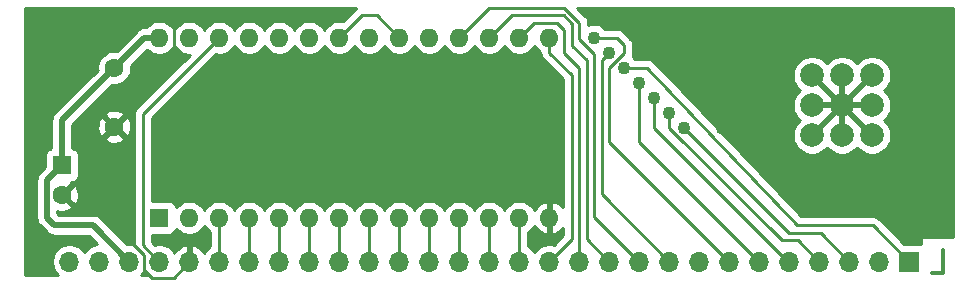
<source format=gbr>
%TF.GenerationSoftware,KiCad,Pcbnew,5.1.10*%
%TF.CreationDate,2021-12-04T10:07:26+01:00*%
%TF.ProjectId,Speichermodul_VRAM,53706569-6368-4657-926d-6f64756c5f56,1*%
%TF.SameCoordinates,Original*%
%TF.FileFunction,Copper,L2,Bot*%
%TF.FilePolarity,Positive*%
%FSLAX46Y46*%
G04 Gerber Fmt 4.6, Leading zero omitted, Abs format (unit mm)*
G04 Created by KiCad (PCBNEW 5.1.10) date 2021-12-04 10:07:26*
%MOMM*%
%LPD*%
G01*
G04 APERTURE LIST*
%TA.AperFunction,NonConductor*%
%ADD10C,0.300000*%
%TD*%
%TA.AperFunction,ComponentPad*%
%ADD11O,1.600000X1.600000*%
%TD*%
%TA.AperFunction,ComponentPad*%
%ADD12R,1.600000X1.600000*%
%TD*%
%TA.AperFunction,ComponentPad*%
%ADD13C,1.600000*%
%TD*%
%TA.AperFunction,SMDPad,CuDef*%
%ADD14C,0.100000*%
%TD*%
%TA.AperFunction,SMDPad,CuDef*%
%ADD15R,5.080000X0.500000*%
%TD*%
%TA.AperFunction,SMDPad,CuDef*%
%ADD16R,0.500000X5.080000*%
%TD*%
%TA.AperFunction,SMDPad,CuDef*%
%ADD17C,2.000000*%
%TD*%
%TA.AperFunction,ComponentPad*%
%ADD18O,1.700000X1.700000*%
%TD*%
%TA.AperFunction,ComponentPad*%
%ADD19R,1.700000X1.700000*%
%TD*%
%TA.AperFunction,ViaPad*%
%ADD20C,1.100000*%
%TD*%
%TA.AperFunction,Conductor*%
%ADD21C,0.250000*%
%TD*%
%TA.AperFunction,Conductor*%
%ADD22C,0.500000*%
%TD*%
%TA.AperFunction,Conductor*%
%ADD23C,0.254000*%
%TD*%
%TA.AperFunction,Conductor*%
%ADD24C,0.100000*%
%TD*%
G04 APERTURE END LIST*
D10*
X190515952Y-136159761D02*
X191468333Y-136159761D01*
X191468333Y-134159761D01*
D11*
%TO.P,U3,28*%
%TO.N,U2*%
X125095000Y-116205000D03*
%TO.P,U3,14*%
%TO.N,GND*%
X158115000Y-131445000D03*
%TO.P,U3,27*%
%TO.N,R~W*%
X127635000Y-116205000D03*
%TO.P,U3,13*%
%TO.N,/D2*%
X155575000Y-131445000D03*
%TO.P,U3,26*%
%TO.N,U1*%
X130175000Y-116205000D03*
%TO.P,U3,12*%
%TO.N,/D1*%
X153035000Y-131445000D03*
%TO.P,U3,25*%
%TO.N,/A8*%
X132715000Y-116205000D03*
%TO.P,U3,11*%
%TO.N,/D0*%
X150495000Y-131445000D03*
%TO.P,U3,24*%
%TO.N,/A9*%
X135255000Y-116205000D03*
%TO.P,U3,10*%
%TO.N,/A0*%
X147955000Y-131445000D03*
%TO.P,U3,23*%
%TO.N,/A11*%
X137795000Y-116205000D03*
%TO.P,U3,9*%
%TO.N,/A1*%
X145415000Y-131445000D03*
%TO.P,U3,22*%
%TO.N,/~CSA*%
X140335000Y-116205000D03*
%TO.P,U3,8*%
%TO.N,/A2*%
X142875000Y-131445000D03*
%TO.P,U3,21*%
%TO.N,/A10*%
X142875000Y-116205000D03*
%TO.P,U3,7*%
%TO.N,/A3*%
X140335000Y-131445000D03*
%TO.P,U3,20*%
%TO.N,/~CSA*%
X145415000Y-116205000D03*
%TO.P,U3,6*%
%TO.N,/A4*%
X137795000Y-131445000D03*
%TO.P,U3,19*%
%TO.N,/D7*%
X147955000Y-116205000D03*
%TO.P,U3,5*%
%TO.N,/A5*%
X135255000Y-131445000D03*
%TO.P,U3,18*%
%TO.N,/D6*%
X150495000Y-116205000D03*
%TO.P,U3,4*%
%TO.N,/A6*%
X132715000Y-131445000D03*
%TO.P,U3,17*%
%TO.N,/D5*%
X153035000Y-116205000D03*
%TO.P,U3,3*%
%TO.N,/A7*%
X130175000Y-131445000D03*
%TO.P,U3,16*%
%TO.N,/D4*%
X155575000Y-116205000D03*
%TO.P,U3,2*%
%TO.N,/A12*%
X127635000Y-131445000D03*
%TO.P,U3,15*%
%TO.N,/D3*%
X158115000Y-116205000D03*
D12*
%TO.P,U3,1*%
%TO.N,Net-(U3-Pad1)*%
X125095000Y-131445000D03*
%TD*%
D13*
%TO.P,C5,2*%
%TO.N,GND*%
X116840000Y-129500000D03*
D12*
%TO.P,C5,1*%
%TO.N,U2*%
X116840000Y-127000000D03*
%TD*%
%TA.AperFunction,SMDPad,CuDef*%
D14*
%TO.P,REF\u002A\u002A,2*%
%TO.N,N/C*%
G36*
X180581903Y-119268350D02*
G01*
X185531650Y-124218097D01*
X185178097Y-124571650D01*
X180228350Y-119621903D01*
X180581903Y-119268350D01*
G37*
%TD.AperFunction*%
%TA.AperFunction,SMDPad,CuDef*%
G36*
X180228350Y-124218097D02*
G01*
X185178097Y-119268350D01*
X185531650Y-119621903D01*
X180581903Y-124571650D01*
X180228350Y-124218097D01*
G37*
%TD.AperFunction*%
D15*
X182880000Y-121920000D03*
D16*
X182880000Y-121920000D03*
D17*
%TO.P,REF\u002A\u002A,1*%
X180340000Y-121920000D03*
X180340000Y-119380000D03*
X182880000Y-119380000D03*
X185420000Y-119380000D03*
X185420000Y-121920000D03*
X185420000Y-124460000D03*
X182880000Y-124460000D03*
X180340000Y-124460000D03*
X182880000Y-121920000D03*
%TD*%
D13*
%TO.P,C3,2*%
%TO.N,GND*%
X121285000Y-123745000D03*
%TO.P,C3,1*%
%TO.N,U2*%
X121285000Y-118745000D03*
%TD*%
D18*
%TO.P,X10,29*%
%TO.N,Net-(X10-Pad29)*%
X117470000Y-135160000D03*
%TO.P,X10,28*%
%TO.N,+5P*%
X120010000Y-135160000D03*
%TO.P,X10,27*%
%TO.N,U2*%
X122550000Y-135160000D03*
%TO.P,X10,26*%
%TO.N,U1*%
X125090000Y-135160000D03*
%TO.P,X10,25*%
%TO.N,GND*%
X127630000Y-135160000D03*
%TO.P,X10,24*%
%TO.N,/A7*%
X130170000Y-135160000D03*
%TO.P,X10,23*%
%TO.N,/A6*%
X132710000Y-135160000D03*
%TO.P,X10,22*%
%TO.N,/A5*%
X135250000Y-135160000D03*
%TO.P,X10,21*%
%TO.N,/A4*%
X137790000Y-135160000D03*
%TO.P,X10,20*%
%TO.N,/A3*%
X140330000Y-135160000D03*
%TO.P,X10,19*%
%TO.N,/A2*%
X142870000Y-135160000D03*
%TO.P,X10,18*%
%TO.N,/A1*%
X145410000Y-135160000D03*
%TO.P,X10,17*%
%TO.N,/A0*%
X147950000Y-135160000D03*
%TO.P,X10,16*%
%TO.N,/D0*%
X150490000Y-135160000D03*
%TO.P,X10,15*%
%TO.N,/D1*%
X153030000Y-135160000D03*
%TO.P,X10,14*%
%TO.N,/D2*%
X155570000Y-135160000D03*
%TO.P,X10,13*%
%TO.N,/D3*%
X158110000Y-135160000D03*
%TO.P,X10,12*%
%TO.N,/D4*%
X160650000Y-135160000D03*
%TO.P,X10,11*%
%TO.N,/D5*%
X163190000Y-135160000D03*
%TO.P,X10,10*%
%TO.N,/D6*%
X165730000Y-135160000D03*
%TO.P,X10,9*%
%TO.N,/D7*%
X168270000Y-135160000D03*
%TO.P,X10,8*%
%TO.N,/A12*%
X170810000Y-135160000D03*
%TO.P,X10,7*%
%TO.N,/A11*%
X173350000Y-135160000D03*
%TO.P,X10,6*%
%TO.N,/A10*%
X175890000Y-135160000D03*
%TO.P,X10,5*%
%TO.N,/A9*%
X178430000Y-135160000D03*
%TO.P,X10,4*%
%TO.N,/A8*%
X180970000Y-135160000D03*
%TO.P,X10,3*%
%TO.N,R~W*%
X183510000Y-135160000D03*
%TO.P,X10,2*%
%TO.N,Net-(X10-Pad2)*%
X186050000Y-135160000D03*
D19*
%TO.P,X10,1*%
%TO.N,/~CSA*%
X188590000Y-135160000D03*
%TD*%
D20*
%TO.N,*%
X182880000Y-121920000D03*
%TO.N,GND*%
X172720000Y-123825000D03*
%TO.N,/A8*%
X168275000Y-122555000D03*
%TO.N,/A9*%
X167005000Y-121285000D03*
%TO.N,/A10*%
X165735000Y-120015000D03*
%TO.N,/D7*%
X163195000Y-117475000D03*
%TO.N,R~W*%
X169545000Y-123825000D03*
%TO.N,/~CSA*%
X164465000Y-118745000D03*
%TO.N,/A11*%
X161925000Y-116205000D03*
%TD*%
D21*
%TO.N,GND*%
X126365000Y-118110000D02*
X126365000Y-114300000D01*
X120015000Y-130810000D02*
X118150000Y-130810000D01*
X123825000Y-134620000D02*
X120015000Y-130810000D01*
X123825000Y-135890000D02*
X123825000Y-134620000D01*
X124460000Y-136525000D02*
X123825000Y-135890000D01*
X118150000Y-130810000D02*
X116840000Y-129500000D01*
X126365000Y-136525000D02*
X124460000Y-136525000D01*
X127630000Y-135160000D02*
X126365000Y-136525000D01*
%TO.N,/A8*%
X179160000Y-133350000D02*
X180970000Y-135160000D01*
X177800000Y-133350000D02*
X179160000Y-133350000D01*
X168275000Y-123825000D02*
X177800000Y-133350000D01*
X168275000Y-122555000D02*
X168275000Y-123825000D01*
%TO.N,/D2*%
X155570000Y-131450000D02*
X155575000Y-131445000D01*
X155570000Y-135160000D02*
X155570000Y-131450000D01*
%TO.N,/A9*%
X178314998Y-135160000D02*
X178430000Y-135160000D01*
X167005000Y-123825000D02*
X178314998Y-135160000D01*
X167005000Y-121285000D02*
X167005000Y-123825000D01*
%TO.N,/D1*%
X153030000Y-131450000D02*
X153035000Y-131445000D01*
X153030000Y-135160000D02*
X153030000Y-131450000D01*
%TO.N,/D0*%
X150490000Y-131450000D02*
X150495000Y-131445000D01*
X150490000Y-135160000D02*
X150490000Y-131450000D01*
%TO.N,/A0*%
X147950000Y-131450000D02*
X147955000Y-131445000D01*
X147950000Y-135160000D02*
X147950000Y-131450000D01*
%TO.N,/A10*%
X165735000Y-120015000D02*
X165735000Y-125005000D01*
X165735000Y-125005000D02*
X166415000Y-125685000D01*
X175890000Y-135160000D02*
X166415000Y-125685000D01*
%TO.N,/A1*%
X145410000Y-131450000D02*
X145415000Y-131445000D01*
X145410000Y-135160000D02*
X145410000Y-131450000D01*
%TO.N,/A2*%
X142870000Y-131450000D02*
X142875000Y-131445000D01*
X142870000Y-135160000D02*
X142870000Y-131450000D01*
%TO.N,/D7*%
X162560000Y-129450000D02*
X168270000Y-135160000D01*
X162560000Y-118110000D02*
X162560000Y-129450000D01*
X163195000Y-117475000D02*
X162560000Y-118110000D01*
%TO.N,/A3*%
X140330000Y-131450000D02*
X140335000Y-131445000D01*
X140330000Y-135160000D02*
X140330000Y-131450000D01*
%TO.N,/D6*%
X161925000Y-131355000D02*
X165730000Y-135160000D01*
X161925000Y-117574002D02*
X161925000Y-131355000D01*
X160655000Y-116304002D02*
X161925000Y-117574002D01*
X160655000Y-114935000D02*
X160655000Y-116304002D01*
X153035000Y-113665000D02*
X159385000Y-113665000D01*
X159385000Y-113665000D02*
X160655000Y-114935000D01*
X150495000Y-116205000D02*
X153035000Y-113665000D01*
%TO.N,/A4*%
X137790000Y-131450000D02*
X137795000Y-131445000D01*
X137790000Y-135160000D02*
X137790000Y-131450000D01*
%TO.N,/D5*%
X161290000Y-133260000D02*
X163190000Y-135160000D01*
X160056061Y-115043181D02*
X160056061Y-116876061D01*
X160056061Y-116876061D02*
X161290000Y-118110000D01*
X159312880Y-114300000D02*
X160056061Y-115043181D01*
X161290000Y-118110000D02*
X161290000Y-133260000D01*
X154940000Y-114300000D02*
X159312880Y-114300000D01*
X153035000Y-116205000D02*
X154940000Y-114300000D01*
%TO.N,/A5*%
X135250000Y-131450000D02*
X135255000Y-131445000D01*
X135250000Y-135160000D02*
X135250000Y-131450000D01*
%TO.N,/D4*%
X155575000Y-116205000D02*
X156700001Y-115079999D01*
X159385000Y-117475000D02*
X160650000Y-118740000D01*
X160650000Y-118740000D02*
X160650000Y-135160000D01*
X159385000Y-115570000D02*
X159385000Y-117475000D01*
X158750000Y-114935000D02*
X159385000Y-115570000D01*
X156845000Y-114935000D02*
X158750000Y-114935000D01*
X155575000Y-116205000D02*
X156845000Y-114935000D01*
%TO.N,/A6*%
X132710000Y-131450000D02*
X132715000Y-131445000D01*
X132710000Y-135160000D02*
X132710000Y-131450000D01*
%TO.N,/D3*%
X160020000Y-133250000D02*
X158110000Y-135160000D01*
X160020000Y-119380000D02*
X160020000Y-133250000D01*
X158115000Y-117475000D02*
X160020000Y-119380000D01*
X158115000Y-116205000D02*
X158115000Y-117475000D01*
%TO.N,/A7*%
X130170000Y-131450000D02*
X130175000Y-131445000D01*
X130170000Y-135160000D02*
X130170000Y-131450000D01*
%TO.N,R~W*%
X183510000Y-135160000D02*
X181065000Y-132715000D01*
X181065000Y-132715000D02*
X178435000Y-132715000D01*
X178435000Y-132715000D02*
X169545000Y-123825000D01*
%TO.N,/~CSA*%
X140335000Y-116205000D02*
X142240000Y-114300000D01*
X143510000Y-114300000D02*
X145415000Y-116205000D01*
X142240000Y-114300000D02*
X143510000Y-114300000D01*
X185510000Y-132080000D02*
X188590000Y-135160000D01*
X179070000Y-132080000D02*
X185510000Y-132080000D01*
X166370000Y-118745000D02*
X179070000Y-132080000D01*
X164465000Y-118745000D02*
X166370000Y-118745000D01*
%TO.N,/A11*%
X163195000Y-125005000D02*
X173350000Y-135160000D01*
X163195000Y-118745000D02*
X163195000Y-125005000D01*
X164465000Y-116840000D02*
X164465000Y-117475000D01*
X163830000Y-116205000D02*
X164465000Y-116840000D01*
X161925000Y-116205000D02*
X163830000Y-116205000D01*
X164465000Y-117475000D02*
X163195000Y-118745000D01*
D22*
%TO.N,U2*%
X116840000Y-123190000D02*
X121285000Y-118745000D01*
X116840000Y-127000000D02*
X116840000Y-123190000D01*
X121285000Y-118745000D02*
X123825000Y-116205000D01*
X123825000Y-116205000D02*
X125095000Y-116205000D01*
X115570000Y-128270000D02*
X116840000Y-127000000D01*
X115570000Y-131445000D02*
X115570000Y-128270000D01*
X116205000Y-132080000D02*
X115570000Y-131445000D01*
X119470000Y-132080000D02*
X116205000Y-132080000D01*
X122550000Y-135160000D02*
X119470000Y-132080000D01*
D21*
%TO.N,U1*%
X123725001Y-133795001D02*
X125090000Y-135160000D01*
X123725001Y-122654999D02*
X123725001Y-133795001D01*
X130175000Y-116205000D02*
X123725001Y-122654999D01*
%TD*%
D23*
%TO.N,GND*%
X123936525Y-136106632D02*
X124134893Y-136305000D01*
X123505107Y-136305000D01*
X123703475Y-136106632D01*
X123820000Y-135932240D01*
X123936525Y-136106632D01*
%TA.AperFunction,Conductor*%
D24*
G36*
X123936525Y-136106632D02*
G01*
X124134893Y-136305000D01*
X123505107Y-136305000D01*
X123703475Y-136106632D01*
X123820000Y-135932240D01*
X123936525Y-136106632D01*
G37*
%TD.AperFunction*%
D23*
X141699999Y-113759999D02*
X141676201Y-113788997D01*
X140658886Y-114806312D01*
X140476335Y-114770000D01*
X140193665Y-114770000D01*
X139916426Y-114825147D01*
X139655273Y-114933320D01*
X139420241Y-115090363D01*
X139220363Y-115290241D01*
X139065000Y-115522759D01*
X138909637Y-115290241D01*
X138709759Y-115090363D01*
X138474727Y-114933320D01*
X138213574Y-114825147D01*
X137936335Y-114770000D01*
X137653665Y-114770000D01*
X137376426Y-114825147D01*
X137115273Y-114933320D01*
X136880241Y-115090363D01*
X136680363Y-115290241D01*
X136525000Y-115522759D01*
X136369637Y-115290241D01*
X136169759Y-115090363D01*
X135934727Y-114933320D01*
X135673574Y-114825147D01*
X135396335Y-114770000D01*
X135113665Y-114770000D01*
X134836426Y-114825147D01*
X134575273Y-114933320D01*
X134340241Y-115090363D01*
X134140363Y-115290241D01*
X133985000Y-115522759D01*
X133829637Y-115290241D01*
X133629759Y-115090363D01*
X133394727Y-114933320D01*
X133133574Y-114825147D01*
X132856335Y-114770000D01*
X132573665Y-114770000D01*
X132296426Y-114825147D01*
X132035273Y-114933320D01*
X131800241Y-115090363D01*
X131600363Y-115290241D01*
X131445000Y-115522759D01*
X131289637Y-115290241D01*
X131089759Y-115090363D01*
X130854727Y-114933320D01*
X130593574Y-114825147D01*
X130316335Y-114770000D01*
X130033665Y-114770000D01*
X129756426Y-114825147D01*
X129495273Y-114933320D01*
X129260241Y-115090363D01*
X129060363Y-115290241D01*
X128905000Y-115522759D01*
X128749637Y-115290241D01*
X128549759Y-115090363D01*
X128314727Y-114933320D01*
X128053574Y-114825147D01*
X127776335Y-114770000D01*
X127493665Y-114770000D01*
X127216426Y-114825147D01*
X126955273Y-114933320D01*
X126720241Y-115090363D01*
X126520363Y-115290241D01*
X126365000Y-115522759D01*
X126209637Y-115290241D01*
X126009759Y-115090363D01*
X125774727Y-114933320D01*
X125513574Y-114825147D01*
X125236335Y-114770000D01*
X124953665Y-114770000D01*
X124676426Y-114825147D01*
X124415273Y-114933320D01*
X124180241Y-115090363D01*
X123980363Y-115290241D01*
X123960479Y-115320000D01*
X123868465Y-115320000D01*
X123824999Y-115315719D01*
X123781533Y-115320000D01*
X123781523Y-115320000D01*
X123651510Y-115332805D01*
X123484687Y-115383411D01*
X123330941Y-115465589D01*
X123330939Y-115465590D01*
X123330940Y-115465590D01*
X123229953Y-115548468D01*
X123229951Y-115548470D01*
X123196183Y-115576183D01*
X123168470Y-115609951D01*
X121461439Y-117316983D01*
X121426335Y-117310000D01*
X121143665Y-117310000D01*
X120866426Y-117365147D01*
X120605273Y-117473320D01*
X120370241Y-117630363D01*
X120170363Y-117830241D01*
X120013320Y-118065273D01*
X119905147Y-118326426D01*
X119850000Y-118603665D01*
X119850000Y-118886335D01*
X119856983Y-118921439D01*
X116244951Y-122533470D01*
X116211184Y-122561183D01*
X116183471Y-122594951D01*
X116183468Y-122594954D01*
X116100590Y-122695941D01*
X116018412Y-122849687D01*
X115967805Y-123016510D01*
X115950719Y-123190000D01*
X115955001Y-123233479D01*
X115955000Y-125570299D01*
X115915518Y-125574188D01*
X115795820Y-125610498D01*
X115685506Y-125669463D01*
X115588815Y-125748815D01*
X115509463Y-125845506D01*
X115450498Y-125955820D01*
X115414188Y-126075518D01*
X115401928Y-126200000D01*
X115401928Y-127186494D01*
X114974951Y-127613471D01*
X114941184Y-127641183D01*
X114913471Y-127674951D01*
X114913468Y-127674954D01*
X114830590Y-127775941D01*
X114748412Y-127929687D01*
X114697805Y-128096510D01*
X114680719Y-128270000D01*
X114685001Y-128313479D01*
X114685000Y-131401531D01*
X114680719Y-131445000D01*
X114685000Y-131488469D01*
X114685000Y-131488476D01*
X114697805Y-131618489D01*
X114748411Y-131785312D01*
X114830589Y-131939058D01*
X114941183Y-132073817D01*
X114974956Y-132101534D01*
X115548470Y-132675049D01*
X115576183Y-132708817D01*
X115609951Y-132736530D01*
X115609953Y-132736532D01*
X115710941Y-132819411D01*
X115864686Y-132901589D01*
X115944248Y-132925724D01*
X116031510Y-132952195D01*
X116161523Y-132965000D01*
X116161531Y-132965000D01*
X116205000Y-132969281D01*
X116248469Y-132965000D01*
X119103422Y-132965000D01*
X119821770Y-133683348D01*
X119576842Y-133732068D01*
X119306589Y-133844010D01*
X119063368Y-134006525D01*
X118856525Y-134213368D01*
X118740000Y-134387760D01*
X118623475Y-134213368D01*
X118416632Y-134006525D01*
X118173411Y-133844010D01*
X117903158Y-133732068D01*
X117616260Y-133675000D01*
X117323740Y-133675000D01*
X117036842Y-133732068D01*
X116766589Y-133844010D01*
X116523368Y-134006525D01*
X116316525Y-134213368D01*
X116154010Y-134456589D01*
X116042068Y-134726842D01*
X115985000Y-135013740D01*
X115985000Y-135306260D01*
X116042068Y-135593158D01*
X116154010Y-135863411D01*
X116316525Y-136106632D01*
X116514893Y-136305000D01*
X113695000Y-136305000D01*
X113695000Y-113695000D01*
X141779201Y-113695000D01*
X141699999Y-113759999D01*
%TA.AperFunction,Conductor*%
D24*
G36*
X141699999Y-113759999D02*
G01*
X141676201Y-113788997D01*
X140658886Y-114806312D01*
X140476335Y-114770000D01*
X140193665Y-114770000D01*
X139916426Y-114825147D01*
X139655273Y-114933320D01*
X139420241Y-115090363D01*
X139220363Y-115290241D01*
X139065000Y-115522759D01*
X138909637Y-115290241D01*
X138709759Y-115090363D01*
X138474727Y-114933320D01*
X138213574Y-114825147D01*
X137936335Y-114770000D01*
X137653665Y-114770000D01*
X137376426Y-114825147D01*
X137115273Y-114933320D01*
X136880241Y-115090363D01*
X136680363Y-115290241D01*
X136525000Y-115522759D01*
X136369637Y-115290241D01*
X136169759Y-115090363D01*
X135934727Y-114933320D01*
X135673574Y-114825147D01*
X135396335Y-114770000D01*
X135113665Y-114770000D01*
X134836426Y-114825147D01*
X134575273Y-114933320D01*
X134340241Y-115090363D01*
X134140363Y-115290241D01*
X133985000Y-115522759D01*
X133829637Y-115290241D01*
X133629759Y-115090363D01*
X133394727Y-114933320D01*
X133133574Y-114825147D01*
X132856335Y-114770000D01*
X132573665Y-114770000D01*
X132296426Y-114825147D01*
X132035273Y-114933320D01*
X131800241Y-115090363D01*
X131600363Y-115290241D01*
X131445000Y-115522759D01*
X131289637Y-115290241D01*
X131089759Y-115090363D01*
X130854727Y-114933320D01*
X130593574Y-114825147D01*
X130316335Y-114770000D01*
X130033665Y-114770000D01*
X129756426Y-114825147D01*
X129495273Y-114933320D01*
X129260241Y-115090363D01*
X129060363Y-115290241D01*
X128905000Y-115522759D01*
X128749637Y-115290241D01*
X128549759Y-115090363D01*
X128314727Y-114933320D01*
X128053574Y-114825147D01*
X127776335Y-114770000D01*
X127493665Y-114770000D01*
X127216426Y-114825147D01*
X126955273Y-114933320D01*
X126720241Y-115090363D01*
X126520363Y-115290241D01*
X126365000Y-115522759D01*
X126209637Y-115290241D01*
X126009759Y-115090363D01*
X125774727Y-114933320D01*
X125513574Y-114825147D01*
X125236335Y-114770000D01*
X124953665Y-114770000D01*
X124676426Y-114825147D01*
X124415273Y-114933320D01*
X124180241Y-115090363D01*
X123980363Y-115290241D01*
X123960479Y-115320000D01*
X123868465Y-115320000D01*
X123824999Y-115315719D01*
X123781533Y-115320000D01*
X123781523Y-115320000D01*
X123651510Y-115332805D01*
X123484687Y-115383411D01*
X123330941Y-115465589D01*
X123330939Y-115465590D01*
X123330940Y-115465590D01*
X123229953Y-115548468D01*
X123229951Y-115548470D01*
X123196183Y-115576183D01*
X123168470Y-115609951D01*
X121461439Y-117316983D01*
X121426335Y-117310000D01*
X121143665Y-117310000D01*
X120866426Y-117365147D01*
X120605273Y-117473320D01*
X120370241Y-117630363D01*
X120170363Y-117830241D01*
X120013320Y-118065273D01*
X119905147Y-118326426D01*
X119850000Y-118603665D01*
X119850000Y-118886335D01*
X119856983Y-118921439D01*
X116244951Y-122533470D01*
X116211184Y-122561183D01*
X116183471Y-122594951D01*
X116183468Y-122594954D01*
X116100590Y-122695941D01*
X116018412Y-122849687D01*
X115967805Y-123016510D01*
X115950719Y-123190000D01*
X115955001Y-123233479D01*
X115955000Y-125570299D01*
X115915518Y-125574188D01*
X115795820Y-125610498D01*
X115685506Y-125669463D01*
X115588815Y-125748815D01*
X115509463Y-125845506D01*
X115450498Y-125955820D01*
X115414188Y-126075518D01*
X115401928Y-126200000D01*
X115401928Y-127186494D01*
X114974951Y-127613471D01*
X114941184Y-127641183D01*
X114913471Y-127674951D01*
X114913468Y-127674954D01*
X114830590Y-127775941D01*
X114748412Y-127929687D01*
X114697805Y-128096510D01*
X114680719Y-128270000D01*
X114685001Y-128313479D01*
X114685000Y-131401531D01*
X114680719Y-131445000D01*
X114685000Y-131488469D01*
X114685000Y-131488476D01*
X114697805Y-131618489D01*
X114748411Y-131785312D01*
X114830589Y-131939058D01*
X114941183Y-132073817D01*
X114974956Y-132101534D01*
X115548470Y-132675049D01*
X115576183Y-132708817D01*
X115609951Y-132736530D01*
X115609953Y-132736532D01*
X115710941Y-132819411D01*
X115864686Y-132901589D01*
X115944248Y-132925724D01*
X116031510Y-132952195D01*
X116161523Y-132965000D01*
X116161531Y-132965000D01*
X116205000Y-132969281D01*
X116248469Y-132965000D01*
X119103422Y-132965000D01*
X119821770Y-133683348D01*
X119576842Y-133732068D01*
X119306589Y-133844010D01*
X119063368Y-134006525D01*
X118856525Y-134213368D01*
X118740000Y-134387760D01*
X118623475Y-134213368D01*
X118416632Y-134006525D01*
X118173411Y-133844010D01*
X117903158Y-133732068D01*
X117616260Y-133675000D01*
X117323740Y-133675000D01*
X117036842Y-133732068D01*
X116766589Y-133844010D01*
X116523368Y-134006525D01*
X116316525Y-134213368D01*
X116154010Y-134456589D01*
X116042068Y-134726842D01*
X115985000Y-135013740D01*
X115985000Y-135306260D01*
X116042068Y-135593158D01*
X116154010Y-135863411D01*
X116316525Y-136106632D01*
X116514893Y-136305000D01*
X113695000Y-136305000D01*
X113695000Y-113695000D01*
X141779201Y-113695000D01*
X141699999Y-113759999D01*
G37*
%TD.AperFunction*%
D23*
X129060363Y-132359759D02*
X129260241Y-132559637D01*
X129410001Y-132659703D01*
X129410000Y-133881821D01*
X129223368Y-134006525D01*
X129016525Y-134213368D01*
X128894805Y-134395534D01*
X128825178Y-134278645D01*
X128630269Y-134062412D01*
X128396920Y-133888359D01*
X128134099Y-133763175D01*
X127986890Y-133718524D01*
X127757000Y-133839845D01*
X127757000Y-135033000D01*
X127777000Y-135033000D01*
X127777000Y-135287000D01*
X127757000Y-135287000D01*
X127757000Y-135307000D01*
X127503000Y-135307000D01*
X127503000Y-135287000D01*
X127483000Y-135287000D01*
X127483000Y-135033000D01*
X127503000Y-135033000D01*
X127503000Y-133839845D01*
X127273110Y-133718524D01*
X127125901Y-133763175D01*
X126863080Y-133888359D01*
X126629731Y-134062412D01*
X126434822Y-134278645D01*
X126365195Y-134395534D01*
X126243475Y-134213368D01*
X126036632Y-134006525D01*
X125793411Y-133844010D01*
X125523158Y-133732068D01*
X125236260Y-133675000D01*
X124943740Y-133675000D01*
X124723592Y-133718791D01*
X124485001Y-133480200D01*
X124485001Y-132883072D01*
X125895000Y-132883072D01*
X126019482Y-132870812D01*
X126139180Y-132834502D01*
X126249494Y-132775537D01*
X126346185Y-132696185D01*
X126425537Y-132599494D01*
X126484502Y-132489180D01*
X126520812Y-132369482D01*
X126521643Y-132361039D01*
X126720241Y-132559637D01*
X126955273Y-132716680D01*
X127216426Y-132824853D01*
X127493665Y-132880000D01*
X127776335Y-132880000D01*
X128053574Y-132824853D01*
X128314727Y-132716680D01*
X128549759Y-132559637D01*
X128749637Y-132359759D01*
X128905000Y-132127241D01*
X129060363Y-132359759D01*
%TA.AperFunction,Conductor*%
D24*
G36*
X129060363Y-132359759D02*
G01*
X129260241Y-132559637D01*
X129410001Y-132659703D01*
X129410000Y-133881821D01*
X129223368Y-134006525D01*
X129016525Y-134213368D01*
X128894805Y-134395534D01*
X128825178Y-134278645D01*
X128630269Y-134062412D01*
X128396920Y-133888359D01*
X128134099Y-133763175D01*
X127986890Y-133718524D01*
X127757000Y-133839845D01*
X127757000Y-135033000D01*
X127777000Y-135033000D01*
X127777000Y-135287000D01*
X127757000Y-135287000D01*
X127757000Y-135307000D01*
X127503000Y-135307000D01*
X127503000Y-135287000D01*
X127483000Y-135287000D01*
X127483000Y-135033000D01*
X127503000Y-135033000D01*
X127503000Y-133839845D01*
X127273110Y-133718524D01*
X127125901Y-133763175D01*
X126863080Y-133888359D01*
X126629731Y-134062412D01*
X126434822Y-134278645D01*
X126365195Y-134395534D01*
X126243475Y-134213368D01*
X126036632Y-134006525D01*
X125793411Y-133844010D01*
X125523158Y-133732068D01*
X125236260Y-133675000D01*
X124943740Y-133675000D01*
X124723592Y-133718791D01*
X124485001Y-133480200D01*
X124485001Y-132883072D01*
X125895000Y-132883072D01*
X126019482Y-132870812D01*
X126139180Y-132834502D01*
X126249494Y-132775537D01*
X126346185Y-132696185D01*
X126425537Y-132599494D01*
X126484502Y-132489180D01*
X126520812Y-132369482D01*
X126521643Y-132361039D01*
X126720241Y-132559637D01*
X126955273Y-132716680D01*
X127216426Y-132824853D01*
X127493665Y-132880000D01*
X127776335Y-132880000D01*
X128053574Y-132824853D01*
X128314727Y-132716680D01*
X128549759Y-132559637D01*
X128749637Y-132359759D01*
X128905000Y-132127241D01*
X129060363Y-132359759D01*
G37*
%TD.AperFunction*%
D23*
X157000363Y-117119759D02*
X157200241Y-117319637D01*
X157355001Y-117423044D01*
X157355001Y-117437668D01*
X157351324Y-117475000D01*
X157355001Y-117512333D01*
X157365998Y-117623986D01*
X157370776Y-117639738D01*
X157409454Y-117767246D01*
X157480026Y-117899276D01*
X157543258Y-117976323D01*
X157575000Y-118015001D01*
X157603998Y-118038799D01*
X159260000Y-119694802D01*
X159260001Y-130581726D01*
X159078414Y-130381481D01*
X158852420Y-130213963D01*
X158598087Y-130093754D01*
X158464039Y-130053096D01*
X158242000Y-130175085D01*
X158242000Y-131318000D01*
X158262000Y-131318000D01*
X158262000Y-131572000D01*
X158242000Y-131572000D01*
X158242000Y-132714915D01*
X158464039Y-132836904D01*
X158598087Y-132796246D01*
X158852420Y-132676037D01*
X159078414Y-132508519D01*
X159260001Y-132308274D01*
X159260001Y-132935197D01*
X158476408Y-133718791D01*
X158256260Y-133675000D01*
X157963740Y-133675000D01*
X157676842Y-133732068D01*
X157406589Y-133844010D01*
X157163368Y-134006525D01*
X156956525Y-134213368D01*
X156840000Y-134387760D01*
X156723475Y-134213368D01*
X156516632Y-134006525D01*
X156330000Y-133881822D01*
X156330000Y-132666384D01*
X156489759Y-132559637D01*
X156689637Y-132359759D01*
X156846680Y-132124727D01*
X156851067Y-132114135D01*
X156962615Y-132300131D01*
X157151586Y-132508519D01*
X157377580Y-132676037D01*
X157631913Y-132796246D01*
X157765961Y-132836904D01*
X157988000Y-132714915D01*
X157988000Y-131572000D01*
X157968000Y-131572000D01*
X157968000Y-131318000D01*
X157988000Y-131318000D01*
X157988000Y-130175085D01*
X157765961Y-130053096D01*
X157631913Y-130093754D01*
X157377580Y-130213963D01*
X157151586Y-130381481D01*
X156962615Y-130589869D01*
X156851067Y-130775865D01*
X156846680Y-130765273D01*
X156689637Y-130530241D01*
X156489759Y-130330363D01*
X156254727Y-130173320D01*
X155993574Y-130065147D01*
X155716335Y-130010000D01*
X155433665Y-130010000D01*
X155156426Y-130065147D01*
X154895273Y-130173320D01*
X154660241Y-130330363D01*
X154460363Y-130530241D01*
X154305000Y-130762759D01*
X154149637Y-130530241D01*
X153949759Y-130330363D01*
X153714727Y-130173320D01*
X153453574Y-130065147D01*
X153176335Y-130010000D01*
X152893665Y-130010000D01*
X152616426Y-130065147D01*
X152355273Y-130173320D01*
X152120241Y-130330363D01*
X151920363Y-130530241D01*
X151765000Y-130762759D01*
X151609637Y-130530241D01*
X151409759Y-130330363D01*
X151174727Y-130173320D01*
X150913574Y-130065147D01*
X150636335Y-130010000D01*
X150353665Y-130010000D01*
X150076426Y-130065147D01*
X149815273Y-130173320D01*
X149580241Y-130330363D01*
X149380363Y-130530241D01*
X149225000Y-130762759D01*
X149069637Y-130530241D01*
X148869759Y-130330363D01*
X148634727Y-130173320D01*
X148373574Y-130065147D01*
X148096335Y-130010000D01*
X147813665Y-130010000D01*
X147536426Y-130065147D01*
X147275273Y-130173320D01*
X147040241Y-130330363D01*
X146840363Y-130530241D01*
X146685000Y-130762759D01*
X146529637Y-130530241D01*
X146329759Y-130330363D01*
X146094727Y-130173320D01*
X145833574Y-130065147D01*
X145556335Y-130010000D01*
X145273665Y-130010000D01*
X144996426Y-130065147D01*
X144735273Y-130173320D01*
X144500241Y-130330363D01*
X144300363Y-130530241D01*
X144145000Y-130762759D01*
X143989637Y-130530241D01*
X143789759Y-130330363D01*
X143554727Y-130173320D01*
X143293574Y-130065147D01*
X143016335Y-130010000D01*
X142733665Y-130010000D01*
X142456426Y-130065147D01*
X142195273Y-130173320D01*
X141960241Y-130330363D01*
X141760363Y-130530241D01*
X141605000Y-130762759D01*
X141449637Y-130530241D01*
X141249759Y-130330363D01*
X141014727Y-130173320D01*
X140753574Y-130065147D01*
X140476335Y-130010000D01*
X140193665Y-130010000D01*
X139916426Y-130065147D01*
X139655273Y-130173320D01*
X139420241Y-130330363D01*
X139220363Y-130530241D01*
X139065000Y-130762759D01*
X138909637Y-130530241D01*
X138709759Y-130330363D01*
X138474727Y-130173320D01*
X138213574Y-130065147D01*
X137936335Y-130010000D01*
X137653665Y-130010000D01*
X137376426Y-130065147D01*
X137115273Y-130173320D01*
X136880241Y-130330363D01*
X136680363Y-130530241D01*
X136525000Y-130762759D01*
X136369637Y-130530241D01*
X136169759Y-130330363D01*
X135934727Y-130173320D01*
X135673574Y-130065147D01*
X135396335Y-130010000D01*
X135113665Y-130010000D01*
X134836426Y-130065147D01*
X134575273Y-130173320D01*
X134340241Y-130330363D01*
X134140363Y-130530241D01*
X133985000Y-130762759D01*
X133829637Y-130530241D01*
X133629759Y-130330363D01*
X133394727Y-130173320D01*
X133133574Y-130065147D01*
X132856335Y-130010000D01*
X132573665Y-130010000D01*
X132296426Y-130065147D01*
X132035273Y-130173320D01*
X131800241Y-130330363D01*
X131600363Y-130530241D01*
X131445000Y-130762759D01*
X131289637Y-130530241D01*
X131089759Y-130330363D01*
X130854727Y-130173320D01*
X130593574Y-130065147D01*
X130316335Y-130010000D01*
X130033665Y-130010000D01*
X129756426Y-130065147D01*
X129495273Y-130173320D01*
X129260241Y-130330363D01*
X129060363Y-130530241D01*
X128905000Y-130762759D01*
X128749637Y-130530241D01*
X128549759Y-130330363D01*
X128314727Y-130173320D01*
X128053574Y-130065147D01*
X127776335Y-130010000D01*
X127493665Y-130010000D01*
X127216426Y-130065147D01*
X126955273Y-130173320D01*
X126720241Y-130330363D01*
X126521643Y-130528961D01*
X126520812Y-130520518D01*
X126484502Y-130400820D01*
X126425537Y-130290506D01*
X126346185Y-130193815D01*
X126249494Y-130114463D01*
X126139180Y-130055498D01*
X126019482Y-130019188D01*
X125895000Y-130006928D01*
X124485001Y-130006928D01*
X124485001Y-122969800D01*
X129851114Y-117603688D01*
X130033665Y-117640000D01*
X130316335Y-117640000D01*
X130593574Y-117584853D01*
X130854727Y-117476680D01*
X131089759Y-117319637D01*
X131289637Y-117119759D01*
X131445000Y-116887241D01*
X131600363Y-117119759D01*
X131800241Y-117319637D01*
X132035273Y-117476680D01*
X132296426Y-117584853D01*
X132573665Y-117640000D01*
X132856335Y-117640000D01*
X133133574Y-117584853D01*
X133394727Y-117476680D01*
X133629759Y-117319637D01*
X133829637Y-117119759D01*
X133985000Y-116887241D01*
X134140363Y-117119759D01*
X134340241Y-117319637D01*
X134575273Y-117476680D01*
X134836426Y-117584853D01*
X135113665Y-117640000D01*
X135396335Y-117640000D01*
X135673574Y-117584853D01*
X135934727Y-117476680D01*
X136169759Y-117319637D01*
X136369637Y-117119759D01*
X136525000Y-116887241D01*
X136680363Y-117119759D01*
X136880241Y-117319637D01*
X137115273Y-117476680D01*
X137376426Y-117584853D01*
X137653665Y-117640000D01*
X137936335Y-117640000D01*
X138213574Y-117584853D01*
X138474727Y-117476680D01*
X138709759Y-117319637D01*
X138909637Y-117119759D01*
X139065000Y-116887241D01*
X139220363Y-117119759D01*
X139420241Y-117319637D01*
X139655273Y-117476680D01*
X139916426Y-117584853D01*
X140193665Y-117640000D01*
X140476335Y-117640000D01*
X140753574Y-117584853D01*
X141014727Y-117476680D01*
X141249759Y-117319637D01*
X141449637Y-117119759D01*
X141605000Y-116887241D01*
X141760363Y-117119759D01*
X141960241Y-117319637D01*
X142195273Y-117476680D01*
X142456426Y-117584853D01*
X142733665Y-117640000D01*
X143016335Y-117640000D01*
X143293574Y-117584853D01*
X143554727Y-117476680D01*
X143789759Y-117319637D01*
X143989637Y-117119759D01*
X144145000Y-116887241D01*
X144300363Y-117119759D01*
X144500241Y-117319637D01*
X144735273Y-117476680D01*
X144996426Y-117584853D01*
X145273665Y-117640000D01*
X145556335Y-117640000D01*
X145833574Y-117584853D01*
X146094727Y-117476680D01*
X146329759Y-117319637D01*
X146529637Y-117119759D01*
X146685000Y-116887241D01*
X146840363Y-117119759D01*
X147040241Y-117319637D01*
X147275273Y-117476680D01*
X147536426Y-117584853D01*
X147813665Y-117640000D01*
X148096335Y-117640000D01*
X148373574Y-117584853D01*
X148634727Y-117476680D01*
X148869759Y-117319637D01*
X149069637Y-117119759D01*
X149225000Y-116887241D01*
X149380363Y-117119759D01*
X149580241Y-117319637D01*
X149815273Y-117476680D01*
X150076426Y-117584853D01*
X150353665Y-117640000D01*
X150636335Y-117640000D01*
X150913574Y-117584853D01*
X151174727Y-117476680D01*
X151409759Y-117319637D01*
X151609637Y-117119759D01*
X151765000Y-116887241D01*
X151920363Y-117119759D01*
X152120241Y-117319637D01*
X152355273Y-117476680D01*
X152616426Y-117584853D01*
X152893665Y-117640000D01*
X153176335Y-117640000D01*
X153453574Y-117584853D01*
X153714727Y-117476680D01*
X153949759Y-117319637D01*
X154149637Y-117119759D01*
X154305000Y-116887241D01*
X154460363Y-117119759D01*
X154660241Y-117319637D01*
X154895273Y-117476680D01*
X155156426Y-117584853D01*
X155433665Y-117640000D01*
X155716335Y-117640000D01*
X155993574Y-117584853D01*
X156254727Y-117476680D01*
X156489759Y-117319637D01*
X156689637Y-117119759D01*
X156845000Y-116887241D01*
X157000363Y-117119759D01*
%TA.AperFunction,Conductor*%
D24*
G36*
X157000363Y-117119759D02*
G01*
X157200241Y-117319637D01*
X157355001Y-117423044D01*
X157355001Y-117437668D01*
X157351324Y-117475000D01*
X157355001Y-117512333D01*
X157365998Y-117623986D01*
X157370776Y-117639738D01*
X157409454Y-117767246D01*
X157480026Y-117899276D01*
X157543258Y-117976323D01*
X157575000Y-118015001D01*
X157603998Y-118038799D01*
X159260000Y-119694802D01*
X159260001Y-130581726D01*
X159078414Y-130381481D01*
X158852420Y-130213963D01*
X158598087Y-130093754D01*
X158464039Y-130053096D01*
X158242000Y-130175085D01*
X158242000Y-131318000D01*
X158262000Y-131318000D01*
X158262000Y-131572000D01*
X158242000Y-131572000D01*
X158242000Y-132714915D01*
X158464039Y-132836904D01*
X158598087Y-132796246D01*
X158852420Y-132676037D01*
X159078414Y-132508519D01*
X159260001Y-132308274D01*
X159260001Y-132935197D01*
X158476408Y-133718791D01*
X158256260Y-133675000D01*
X157963740Y-133675000D01*
X157676842Y-133732068D01*
X157406589Y-133844010D01*
X157163368Y-134006525D01*
X156956525Y-134213368D01*
X156840000Y-134387760D01*
X156723475Y-134213368D01*
X156516632Y-134006525D01*
X156330000Y-133881822D01*
X156330000Y-132666384D01*
X156489759Y-132559637D01*
X156689637Y-132359759D01*
X156846680Y-132124727D01*
X156851067Y-132114135D01*
X156962615Y-132300131D01*
X157151586Y-132508519D01*
X157377580Y-132676037D01*
X157631913Y-132796246D01*
X157765961Y-132836904D01*
X157988000Y-132714915D01*
X157988000Y-131572000D01*
X157968000Y-131572000D01*
X157968000Y-131318000D01*
X157988000Y-131318000D01*
X157988000Y-130175085D01*
X157765961Y-130053096D01*
X157631913Y-130093754D01*
X157377580Y-130213963D01*
X157151586Y-130381481D01*
X156962615Y-130589869D01*
X156851067Y-130775865D01*
X156846680Y-130765273D01*
X156689637Y-130530241D01*
X156489759Y-130330363D01*
X156254727Y-130173320D01*
X155993574Y-130065147D01*
X155716335Y-130010000D01*
X155433665Y-130010000D01*
X155156426Y-130065147D01*
X154895273Y-130173320D01*
X154660241Y-130330363D01*
X154460363Y-130530241D01*
X154305000Y-130762759D01*
X154149637Y-130530241D01*
X153949759Y-130330363D01*
X153714727Y-130173320D01*
X153453574Y-130065147D01*
X153176335Y-130010000D01*
X152893665Y-130010000D01*
X152616426Y-130065147D01*
X152355273Y-130173320D01*
X152120241Y-130330363D01*
X151920363Y-130530241D01*
X151765000Y-130762759D01*
X151609637Y-130530241D01*
X151409759Y-130330363D01*
X151174727Y-130173320D01*
X150913574Y-130065147D01*
X150636335Y-130010000D01*
X150353665Y-130010000D01*
X150076426Y-130065147D01*
X149815273Y-130173320D01*
X149580241Y-130330363D01*
X149380363Y-130530241D01*
X149225000Y-130762759D01*
X149069637Y-130530241D01*
X148869759Y-130330363D01*
X148634727Y-130173320D01*
X148373574Y-130065147D01*
X148096335Y-130010000D01*
X147813665Y-130010000D01*
X147536426Y-130065147D01*
X147275273Y-130173320D01*
X147040241Y-130330363D01*
X146840363Y-130530241D01*
X146685000Y-130762759D01*
X146529637Y-130530241D01*
X146329759Y-130330363D01*
X146094727Y-130173320D01*
X145833574Y-130065147D01*
X145556335Y-130010000D01*
X145273665Y-130010000D01*
X144996426Y-130065147D01*
X144735273Y-130173320D01*
X144500241Y-130330363D01*
X144300363Y-130530241D01*
X144145000Y-130762759D01*
X143989637Y-130530241D01*
X143789759Y-130330363D01*
X143554727Y-130173320D01*
X143293574Y-130065147D01*
X143016335Y-130010000D01*
X142733665Y-130010000D01*
X142456426Y-130065147D01*
X142195273Y-130173320D01*
X141960241Y-130330363D01*
X141760363Y-130530241D01*
X141605000Y-130762759D01*
X141449637Y-130530241D01*
X141249759Y-130330363D01*
X141014727Y-130173320D01*
X140753574Y-130065147D01*
X140476335Y-130010000D01*
X140193665Y-130010000D01*
X139916426Y-130065147D01*
X139655273Y-130173320D01*
X139420241Y-130330363D01*
X139220363Y-130530241D01*
X139065000Y-130762759D01*
X138909637Y-130530241D01*
X138709759Y-130330363D01*
X138474727Y-130173320D01*
X138213574Y-130065147D01*
X137936335Y-130010000D01*
X137653665Y-130010000D01*
X137376426Y-130065147D01*
X137115273Y-130173320D01*
X136880241Y-130330363D01*
X136680363Y-130530241D01*
X136525000Y-130762759D01*
X136369637Y-130530241D01*
X136169759Y-130330363D01*
X135934727Y-130173320D01*
X135673574Y-130065147D01*
X135396335Y-130010000D01*
X135113665Y-130010000D01*
X134836426Y-130065147D01*
X134575273Y-130173320D01*
X134340241Y-130330363D01*
X134140363Y-130530241D01*
X133985000Y-130762759D01*
X133829637Y-130530241D01*
X133629759Y-130330363D01*
X133394727Y-130173320D01*
X133133574Y-130065147D01*
X132856335Y-130010000D01*
X132573665Y-130010000D01*
X132296426Y-130065147D01*
X132035273Y-130173320D01*
X131800241Y-130330363D01*
X131600363Y-130530241D01*
X131445000Y-130762759D01*
X131289637Y-130530241D01*
X131089759Y-130330363D01*
X130854727Y-130173320D01*
X130593574Y-130065147D01*
X130316335Y-130010000D01*
X130033665Y-130010000D01*
X129756426Y-130065147D01*
X129495273Y-130173320D01*
X129260241Y-130330363D01*
X129060363Y-130530241D01*
X128905000Y-130762759D01*
X128749637Y-130530241D01*
X128549759Y-130330363D01*
X128314727Y-130173320D01*
X128053574Y-130065147D01*
X127776335Y-130010000D01*
X127493665Y-130010000D01*
X127216426Y-130065147D01*
X126955273Y-130173320D01*
X126720241Y-130330363D01*
X126521643Y-130528961D01*
X126520812Y-130520518D01*
X126484502Y-130400820D01*
X126425537Y-130290506D01*
X126346185Y-130193815D01*
X126249494Y-130114463D01*
X126139180Y-130055498D01*
X126019482Y-130019188D01*
X125895000Y-130006928D01*
X124485001Y-130006928D01*
X124485001Y-122969800D01*
X129851114Y-117603688D01*
X130033665Y-117640000D01*
X130316335Y-117640000D01*
X130593574Y-117584853D01*
X130854727Y-117476680D01*
X131089759Y-117319637D01*
X131289637Y-117119759D01*
X131445000Y-116887241D01*
X131600363Y-117119759D01*
X131800241Y-117319637D01*
X132035273Y-117476680D01*
X132296426Y-117584853D01*
X132573665Y-117640000D01*
X132856335Y-117640000D01*
X133133574Y-117584853D01*
X133394727Y-117476680D01*
X133629759Y-117319637D01*
X133829637Y-117119759D01*
X133985000Y-116887241D01*
X134140363Y-117119759D01*
X134340241Y-117319637D01*
X134575273Y-117476680D01*
X134836426Y-117584853D01*
X135113665Y-117640000D01*
X135396335Y-117640000D01*
X135673574Y-117584853D01*
X135934727Y-117476680D01*
X136169759Y-117319637D01*
X136369637Y-117119759D01*
X136525000Y-116887241D01*
X136680363Y-117119759D01*
X136880241Y-117319637D01*
X137115273Y-117476680D01*
X137376426Y-117584853D01*
X137653665Y-117640000D01*
X137936335Y-117640000D01*
X138213574Y-117584853D01*
X138474727Y-117476680D01*
X138709759Y-117319637D01*
X138909637Y-117119759D01*
X139065000Y-116887241D01*
X139220363Y-117119759D01*
X139420241Y-117319637D01*
X139655273Y-117476680D01*
X139916426Y-117584853D01*
X140193665Y-117640000D01*
X140476335Y-117640000D01*
X140753574Y-117584853D01*
X141014727Y-117476680D01*
X141249759Y-117319637D01*
X141449637Y-117119759D01*
X141605000Y-116887241D01*
X141760363Y-117119759D01*
X141960241Y-117319637D01*
X142195273Y-117476680D01*
X142456426Y-117584853D01*
X142733665Y-117640000D01*
X143016335Y-117640000D01*
X143293574Y-117584853D01*
X143554727Y-117476680D01*
X143789759Y-117319637D01*
X143989637Y-117119759D01*
X144145000Y-116887241D01*
X144300363Y-117119759D01*
X144500241Y-117319637D01*
X144735273Y-117476680D01*
X144996426Y-117584853D01*
X145273665Y-117640000D01*
X145556335Y-117640000D01*
X145833574Y-117584853D01*
X146094727Y-117476680D01*
X146329759Y-117319637D01*
X146529637Y-117119759D01*
X146685000Y-116887241D01*
X146840363Y-117119759D01*
X147040241Y-117319637D01*
X147275273Y-117476680D01*
X147536426Y-117584853D01*
X147813665Y-117640000D01*
X148096335Y-117640000D01*
X148373574Y-117584853D01*
X148634727Y-117476680D01*
X148869759Y-117319637D01*
X149069637Y-117119759D01*
X149225000Y-116887241D01*
X149380363Y-117119759D01*
X149580241Y-117319637D01*
X149815273Y-117476680D01*
X150076426Y-117584853D01*
X150353665Y-117640000D01*
X150636335Y-117640000D01*
X150913574Y-117584853D01*
X151174727Y-117476680D01*
X151409759Y-117319637D01*
X151609637Y-117119759D01*
X151765000Y-116887241D01*
X151920363Y-117119759D01*
X152120241Y-117319637D01*
X152355273Y-117476680D01*
X152616426Y-117584853D01*
X152893665Y-117640000D01*
X153176335Y-117640000D01*
X153453574Y-117584853D01*
X153714727Y-117476680D01*
X153949759Y-117319637D01*
X154149637Y-117119759D01*
X154305000Y-116887241D01*
X154460363Y-117119759D01*
X154660241Y-117319637D01*
X154895273Y-117476680D01*
X155156426Y-117584853D01*
X155433665Y-117640000D01*
X155716335Y-117640000D01*
X155993574Y-117584853D01*
X156254727Y-117476680D01*
X156489759Y-117319637D01*
X156689637Y-117119759D01*
X156845000Y-116887241D01*
X157000363Y-117119759D01*
G37*
%TD.AperFunction*%
D23*
X126520363Y-117119759D02*
X126720241Y-117319637D01*
X126955273Y-117476680D01*
X127216426Y-117584853D01*
X127493665Y-117640000D01*
X127665198Y-117640000D01*
X123214004Y-122091195D01*
X123185000Y-122114998D01*
X123129872Y-122182173D01*
X123090027Y-122230723D01*
X123043002Y-122318700D01*
X123019455Y-122362753D01*
X122975998Y-122506014D01*
X122965001Y-122617667D01*
X122965001Y-122617677D01*
X122961325Y-122654999D01*
X122965001Y-122692321D01*
X122965002Y-133728457D01*
X122696260Y-133675000D01*
X122403740Y-133675000D01*
X122331040Y-133689461D01*
X120126534Y-131484956D01*
X120098817Y-131451183D01*
X119964059Y-131340589D01*
X119810313Y-131258411D01*
X119643490Y-131207805D01*
X119513477Y-131195000D01*
X119513469Y-131195000D01*
X119470000Y-131190719D01*
X119426531Y-131195000D01*
X116571579Y-131195000D01*
X116455000Y-131078422D01*
X116455000Y-130882889D01*
X116628184Y-130926300D01*
X116910512Y-130940217D01*
X117190130Y-130898787D01*
X117456292Y-130803603D01*
X117581514Y-130736671D01*
X117653097Y-130492702D01*
X116840000Y-129679605D01*
X116825858Y-129693748D01*
X116646253Y-129514143D01*
X116660395Y-129500000D01*
X117019605Y-129500000D01*
X117832702Y-130313097D01*
X118076671Y-130241514D01*
X118197571Y-129986004D01*
X118266300Y-129711816D01*
X118280217Y-129429488D01*
X118238787Y-129149870D01*
X118143603Y-128883708D01*
X118076671Y-128758486D01*
X117832702Y-128686903D01*
X117019605Y-129500000D01*
X116660395Y-129500000D01*
X116646253Y-129485858D01*
X116825858Y-129306253D01*
X116840000Y-129320395D01*
X117653097Y-128507298D01*
X117632785Y-128438072D01*
X117640000Y-128438072D01*
X117764482Y-128425812D01*
X117884180Y-128389502D01*
X117994494Y-128330537D01*
X118091185Y-128251185D01*
X118170537Y-128154494D01*
X118229502Y-128044180D01*
X118265812Y-127924482D01*
X118278072Y-127800000D01*
X118278072Y-126200000D01*
X118265812Y-126075518D01*
X118229502Y-125955820D01*
X118170537Y-125845506D01*
X118091185Y-125748815D01*
X117994494Y-125669463D01*
X117884180Y-125610498D01*
X117764482Y-125574188D01*
X117725000Y-125570299D01*
X117725000Y-124737702D01*
X120471903Y-124737702D01*
X120543486Y-124981671D01*
X120798996Y-125102571D01*
X121073184Y-125171300D01*
X121355512Y-125185217D01*
X121635130Y-125143787D01*
X121901292Y-125048603D01*
X122026514Y-124981671D01*
X122098097Y-124737702D01*
X121285000Y-123924605D01*
X120471903Y-124737702D01*
X117725000Y-124737702D01*
X117725000Y-123815512D01*
X119844783Y-123815512D01*
X119886213Y-124095130D01*
X119981397Y-124361292D01*
X120048329Y-124486514D01*
X120292298Y-124558097D01*
X121105395Y-123745000D01*
X121464605Y-123745000D01*
X122277702Y-124558097D01*
X122521671Y-124486514D01*
X122642571Y-124231004D01*
X122711300Y-123956816D01*
X122725217Y-123674488D01*
X122683787Y-123394870D01*
X122588603Y-123128708D01*
X122521671Y-123003486D01*
X122277702Y-122931903D01*
X121464605Y-123745000D01*
X121105395Y-123745000D01*
X120292298Y-122931903D01*
X120048329Y-123003486D01*
X119927429Y-123258996D01*
X119858700Y-123533184D01*
X119844783Y-123815512D01*
X117725000Y-123815512D01*
X117725000Y-123556578D01*
X118529280Y-122752298D01*
X120471903Y-122752298D01*
X121285000Y-123565395D01*
X122098097Y-122752298D01*
X122026514Y-122508329D01*
X121771004Y-122387429D01*
X121496816Y-122318700D01*
X121214488Y-122304783D01*
X120934870Y-122346213D01*
X120668708Y-122441397D01*
X120543486Y-122508329D01*
X120471903Y-122752298D01*
X118529280Y-122752298D01*
X121108561Y-120173017D01*
X121143665Y-120180000D01*
X121426335Y-120180000D01*
X121703574Y-120124853D01*
X121964727Y-120016680D01*
X122199759Y-119859637D01*
X122399637Y-119659759D01*
X122556680Y-119424727D01*
X122664853Y-119163574D01*
X122720000Y-118886335D01*
X122720000Y-118603665D01*
X122713017Y-118568561D01*
X124071091Y-117210487D01*
X124180241Y-117319637D01*
X124415273Y-117476680D01*
X124676426Y-117584853D01*
X124953665Y-117640000D01*
X125236335Y-117640000D01*
X125513574Y-117584853D01*
X125774727Y-117476680D01*
X126009759Y-117319637D01*
X126209637Y-117119759D01*
X126365000Y-116887241D01*
X126520363Y-117119759D01*
%TA.AperFunction,Conductor*%
D24*
G36*
X126520363Y-117119759D02*
G01*
X126720241Y-117319637D01*
X126955273Y-117476680D01*
X127216426Y-117584853D01*
X127493665Y-117640000D01*
X127665198Y-117640000D01*
X123214004Y-122091195D01*
X123185000Y-122114998D01*
X123129872Y-122182173D01*
X123090027Y-122230723D01*
X123043002Y-122318700D01*
X123019455Y-122362753D01*
X122975998Y-122506014D01*
X122965001Y-122617667D01*
X122965001Y-122617677D01*
X122961325Y-122654999D01*
X122965001Y-122692321D01*
X122965002Y-133728457D01*
X122696260Y-133675000D01*
X122403740Y-133675000D01*
X122331040Y-133689461D01*
X120126534Y-131484956D01*
X120098817Y-131451183D01*
X119964059Y-131340589D01*
X119810313Y-131258411D01*
X119643490Y-131207805D01*
X119513477Y-131195000D01*
X119513469Y-131195000D01*
X119470000Y-131190719D01*
X119426531Y-131195000D01*
X116571579Y-131195000D01*
X116455000Y-131078422D01*
X116455000Y-130882889D01*
X116628184Y-130926300D01*
X116910512Y-130940217D01*
X117190130Y-130898787D01*
X117456292Y-130803603D01*
X117581514Y-130736671D01*
X117653097Y-130492702D01*
X116840000Y-129679605D01*
X116825858Y-129693748D01*
X116646253Y-129514143D01*
X116660395Y-129500000D01*
X117019605Y-129500000D01*
X117832702Y-130313097D01*
X118076671Y-130241514D01*
X118197571Y-129986004D01*
X118266300Y-129711816D01*
X118280217Y-129429488D01*
X118238787Y-129149870D01*
X118143603Y-128883708D01*
X118076671Y-128758486D01*
X117832702Y-128686903D01*
X117019605Y-129500000D01*
X116660395Y-129500000D01*
X116646253Y-129485858D01*
X116825858Y-129306253D01*
X116840000Y-129320395D01*
X117653097Y-128507298D01*
X117632785Y-128438072D01*
X117640000Y-128438072D01*
X117764482Y-128425812D01*
X117884180Y-128389502D01*
X117994494Y-128330537D01*
X118091185Y-128251185D01*
X118170537Y-128154494D01*
X118229502Y-128044180D01*
X118265812Y-127924482D01*
X118278072Y-127800000D01*
X118278072Y-126200000D01*
X118265812Y-126075518D01*
X118229502Y-125955820D01*
X118170537Y-125845506D01*
X118091185Y-125748815D01*
X117994494Y-125669463D01*
X117884180Y-125610498D01*
X117764482Y-125574188D01*
X117725000Y-125570299D01*
X117725000Y-124737702D01*
X120471903Y-124737702D01*
X120543486Y-124981671D01*
X120798996Y-125102571D01*
X121073184Y-125171300D01*
X121355512Y-125185217D01*
X121635130Y-125143787D01*
X121901292Y-125048603D01*
X122026514Y-124981671D01*
X122098097Y-124737702D01*
X121285000Y-123924605D01*
X120471903Y-124737702D01*
X117725000Y-124737702D01*
X117725000Y-123815512D01*
X119844783Y-123815512D01*
X119886213Y-124095130D01*
X119981397Y-124361292D01*
X120048329Y-124486514D01*
X120292298Y-124558097D01*
X121105395Y-123745000D01*
X121464605Y-123745000D01*
X122277702Y-124558097D01*
X122521671Y-124486514D01*
X122642571Y-124231004D01*
X122711300Y-123956816D01*
X122725217Y-123674488D01*
X122683787Y-123394870D01*
X122588603Y-123128708D01*
X122521671Y-123003486D01*
X122277702Y-122931903D01*
X121464605Y-123745000D01*
X121105395Y-123745000D01*
X120292298Y-122931903D01*
X120048329Y-123003486D01*
X119927429Y-123258996D01*
X119858700Y-123533184D01*
X119844783Y-123815512D01*
X117725000Y-123815512D01*
X117725000Y-123556578D01*
X118529280Y-122752298D01*
X120471903Y-122752298D01*
X121285000Y-123565395D01*
X122098097Y-122752298D01*
X122026514Y-122508329D01*
X121771004Y-122387429D01*
X121496816Y-122318700D01*
X121214488Y-122304783D01*
X120934870Y-122346213D01*
X120668708Y-122441397D01*
X120543486Y-122508329D01*
X120471903Y-122752298D01*
X118529280Y-122752298D01*
X121108561Y-120173017D01*
X121143665Y-120180000D01*
X121426335Y-120180000D01*
X121703574Y-120124853D01*
X121964727Y-120016680D01*
X122199759Y-119859637D01*
X122399637Y-119659759D01*
X122556680Y-119424727D01*
X122664853Y-119163574D01*
X122720000Y-118886335D01*
X122720000Y-118603665D01*
X122713017Y-118568561D01*
X124071091Y-117210487D01*
X124180241Y-117319637D01*
X124415273Y-117476680D01*
X124676426Y-117584853D01*
X124953665Y-117640000D01*
X125236335Y-117640000D01*
X125513574Y-117584853D01*
X125774727Y-117476680D01*
X126009759Y-117319637D01*
X126209637Y-117119759D01*
X126365000Y-116887241D01*
X126520363Y-117119759D01*
G37*
%TD.AperFunction*%
D23*
X192305000Y-133105000D02*
X189540476Y-133105000D01*
X189540476Y-133681824D01*
X189440000Y-133671928D01*
X188176730Y-133671928D01*
X186073804Y-131569003D01*
X186050001Y-131539999D01*
X185934276Y-131445026D01*
X185802247Y-131374454D01*
X185658986Y-131330997D01*
X185547333Y-131320000D01*
X185547322Y-131320000D01*
X185510000Y-131316324D01*
X185472678Y-131320000D01*
X179395714Y-131320000D01*
X167870920Y-119218967D01*
X178705000Y-119218967D01*
X178705000Y-119541033D01*
X178767832Y-119856912D01*
X178891082Y-120154463D01*
X179070013Y-120422252D01*
X179297748Y-120649987D01*
X179297767Y-120650000D01*
X179297748Y-120650013D01*
X179070013Y-120877748D01*
X178891082Y-121145537D01*
X178767832Y-121443088D01*
X178705000Y-121758967D01*
X178705000Y-122081033D01*
X178767832Y-122396912D01*
X178891082Y-122694463D01*
X179070013Y-122962252D01*
X179297748Y-123189987D01*
X179297767Y-123190000D01*
X179297748Y-123190013D01*
X179070013Y-123417748D01*
X178891082Y-123685537D01*
X178767832Y-123983088D01*
X178705000Y-124298967D01*
X178705000Y-124621033D01*
X178767832Y-124936912D01*
X178891082Y-125234463D01*
X179070013Y-125502252D01*
X179297748Y-125729987D01*
X179565537Y-125908918D01*
X179863088Y-126032168D01*
X180178967Y-126095000D01*
X180501033Y-126095000D01*
X180816912Y-126032168D01*
X181114463Y-125908918D01*
X181382252Y-125729987D01*
X181609987Y-125502252D01*
X181610000Y-125502233D01*
X181610013Y-125502252D01*
X181837748Y-125729987D01*
X182105537Y-125908918D01*
X182403088Y-126032168D01*
X182718967Y-126095000D01*
X183041033Y-126095000D01*
X183356912Y-126032168D01*
X183654463Y-125908918D01*
X183922252Y-125729987D01*
X184149987Y-125502252D01*
X184150000Y-125502233D01*
X184150013Y-125502252D01*
X184377748Y-125729987D01*
X184645537Y-125908918D01*
X184943088Y-126032168D01*
X185258967Y-126095000D01*
X185581033Y-126095000D01*
X185896912Y-126032168D01*
X186194463Y-125908918D01*
X186462252Y-125729987D01*
X186689987Y-125502252D01*
X186868918Y-125234463D01*
X186992168Y-124936912D01*
X187055000Y-124621033D01*
X187055000Y-124298967D01*
X186992168Y-123983088D01*
X186868918Y-123685537D01*
X186689987Y-123417748D01*
X186462252Y-123190013D01*
X186462233Y-123190000D01*
X186462252Y-123189987D01*
X186689987Y-122962252D01*
X186868918Y-122694463D01*
X186992168Y-122396912D01*
X187055000Y-122081033D01*
X187055000Y-121758967D01*
X186992168Y-121443088D01*
X186868918Y-121145537D01*
X186689987Y-120877748D01*
X186462252Y-120650013D01*
X186462233Y-120650000D01*
X186462252Y-120649987D01*
X186689987Y-120422252D01*
X186868918Y-120154463D01*
X186992168Y-119856912D01*
X187055000Y-119541033D01*
X187055000Y-119218967D01*
X186992168Y-118903088D01*
X186868918Y-118605537D01*
X186689987Y-118337748D01*
X186462252Y-118110013D01*
X186194463Y-117931082D01*
X185896912Y-117807832D01*
X185581033Y-117745000D01*
X185258967Y-117745000D01*
X184943088Y-117807832D01*
X184645537Y-117931082D01*
X184377748Y-118110013D01*
X184150013Y-118337748D01*
X184150000Y-118337767D01*
X184149987Y-118337748D01*
X183922252Y-118110013D01*
X183654463Y-117931082D01*
X183356912Y-117807832D01*
X183041033Y-117745000D01*
X182718967Y-117745000D01*
X182403088Y-117807832D01*
X182105537Y-117931082D01*
X181837748Y-118110013D01*
X181610013Y-118337748D01*
X181610000Y-118337767D01*
X181609987Y-118337748D01*
X181382252Y-118110013D01*
X181114463Y-117931082D01*
X180816912Y-117807832D01*
X180501033Y-117745000D01*
X180178967Y-117745000D01*
X179863088Y-117807832D01*
X179565537Y-117931082D01*
X179297748Y-118110013D01*
X179070013Y-118337748D01*
X178891082Y-118605537D01*
X178767832Y-118903088D01*
X178705000Y-119218967D01*
X167870920Y-119218967D01*
X166939693Y-118241179D01*
X166910001Y-118204999D01*
X166859288Y-118163380D01*
X166809632Y-118120560D01*
X166801502Y-118115956D01*
X166794276Y-118110026D01*
X166736412Y-118079097D01*
X166679362Y-118046790D01*
X166670493Y-118043862D01*
X166662247Y-118039454D01*
X166599450Y-118020405D01*
X166537204Y-117999853D01*
X166527933Y-117998711D01*
X166518986Y-117995997D01*
X166453680Y-117989565D01*
X166388620Y-117981551D01*
X166341965Y-117985000D01*
X165380844Y-117985000D01*
X165220394Y-117824550D01*
X165161095Y-117784928D01*
X165170546Y-117767247D01*
X165214003Y-117623986D01*
X165225000Y-117512333D01*
X165225000Y-117512324D01*
X165228676Y-117475001D01*
X165225000Y-117437678D01*
X165225000Y-116877333D01*
X165228677Y-116840000D01*
X165214003Y-116691014D01*
X165170546Y-116547753D01*
X165099974Y-116415724D01*
X165028799Y-116328997D01*
X165005001Y-116299999D01*
X164976004Y-116276202D01*
X164393803Y-115694002D01*
X164370001Y-115664999D01*
X164254276Y-115570026D01*
X164122247Y-115499454D01*
X163978986Y-115455997D01*
X163867333Y-115445000D01*
X163867322Y-115445000D01*
X163830000Y-115441324D01*
X163792678Y-115445000D01*
X162840844Y-115445000D01*
X162680394Y-115284550D01*
X162486308Y-115154866D01*
X162270652Y-115065539D01*
X162041712Y-115020000D01*
X161808288Y-115020000D01*
X161579348Y-115065539D01*
X161415000Y-115133614D01*
X161415000Y-114972322D01*
X161418676Y-114934999D01*
X161415000Y-114897676D01*
X161415000Y-114897667D01*
X161404003Y-114786014D01*
X161360546Y-114642753D01*
X161289974Y-114510724D01*
X161195001Y-114394999D01*
X161166003Y-114371201D01*
X160489801Y-113695000D01*
X192305001Y-113695000D01*
X192305000Y-133105000D01*
%TA.AperFunction,Conductor*%
D24*
G36*
X192305000Y-133105000D02*
G01*
X189540476Y-133105000D01*
X189540476Y-133681824D01*
X189440000Y-133671928D01*
X188176730Y-133671928D01*
X186073804Y-131569003D01*
X186050001Y-131539999D01*
X185934276Y-131445026D01*
X185802247Y-131374454D01*
X185658986Y-131330997D01*
X185547333Y-131320000D01*
X185547322Y-131320000D01*
X185510000Y-131316324D01*
X185472678Y-131320000D01*
X179395714Y-131320000D01*
X167870920Y-119218967D01*
X178705000Y-119218967D01*
X178705000Y-119541033D01*
X178767832Y-119856912D01*
X178891082Y-120154463D01*
X179070013Y-120422252D01*
X179297748Y-120649987D01*
X179297767Y-120650000D01*
X179297748Y-120650013D01*
X179070013Y-120877748D01*
X178891082Y-121145537D01*
X178767832Y-121443088D01*
X178705000Y-121758967D01*
X178705000Y-122081033D01*
X178767832Y-122396912D01*
X178891082Y-122694463D01*
X179070013Y-122962252D01*
X179297748Y-123189987D01*
X179297767Y-123190000D01*
X179297748Y-123190013D01*
X179070013Y-123417748D01*
X178891082Y-123685537D01*
X178767832Y-123983088D01*
X178705000Y-124298967D01*
X178705000Y-124621033D01*
X178767832Y-124936912D01*
X178891082Y-125234463D01*
X179070013Y-125502252D01*
X179297748Y-125729987D01*
X179565537Y-125908918D01*
X179863088Y-126032168D01*
X180178967Y-126095000D01*
X180501033Y-126095000D01*
X180816912Y-126032168D01*
X181114463Y-125908918D01*
X181382252Y-125729987D01*
X181609987Y-125502252D01*
X181610000Y-125502233D01*
X181610013Y-125502252D01*
X181837748Y-125729987D01*
X182105537Y-125908918D01*
X182403088Y-126032168D01*
X182718967Y-126095000D01*
X183041033Y-126095000D01*
X183356912Y-126032168D01*
X183654463Y-125908918D01*
X183922252Y-125729987D01*
X184149987Y-125502252D01*
X184150000Y-125502233D01*
X184150013Y-125502252D01*
X184377748Y-125729987D01*
X184645537Y-125908918D01*
X184943088Y-126032168D01*
X185258967Y-126095000D01*
X185581033Y-126095000D01*
X185896912Y-126032168D01*
X186194463Y-125908918D01*
X186462252Y-125729987D01*
X186689987Y-125502252D01*
X186868918Y-125234463D01*
X186992168Y-124936912D01*
X187055000Y-124621033D01*
X187055000Y-124298967D01*
X186992168Y-123983088D01*
X186868918Y-123685537D01*
X186689987Y-123417748D01*
X186462252Y-123190013D01*
X186462233Y-123190000D01*
X186462252Y-123189987D01*
X186689987Y-122962252D01*
X186868918Y-122694463D01*
X186992168Y-122396912D01*
X187055000Y-122081033D01*
X187055000Y-121758967D01*
X186992168Y-121443088D01*
X186868918Y-121145537D01*
X186689987Y-120877748D01*
X186462252Y-120650013D01*
X186462233Y-120650000D01*
X186462252Y-120649987D01*
X186689987Y-120422252D01*
X186868918Y-120154463D01*
X186992168Y-119856912D01*
X187055000Y-119541033D01*
X187055000Y-119218967D01*
X186992168Y-118903088D01*
X186868918Y-118605537D01*
X186689987Y-118337748D01*
X186462252Y-118110013D01*
X186194463Y-117931082D01*
X185896912Y-117807832D01*
X185581033Y-117745000D01*
X185258967Y-117745000D01*
X184943088Y-117807832D01*
X184645537Y-117931082D01*
X184377748Y-118110013D01*
X184150013Y-118337748D01*
X184150000Y-118337767D01*
X184149987Y-118337748D01*
X183922252Y-118110013D01*
X183654463Y-117931082D01*
X183356912Y-117807832D01*
X183041033Y-117745000D01*
X182718967Y-117745000D01*
X182403088Y-117807832D01*
X182105537Y-117931082D01*
X181837748Y-118110013D01*
X181610013Y-118337748D01*
X181610000Y-118337767D01*
X181609987Y-118337748D01*
X181382252Y-118110013D01*
X181114463Y-117931082D01*
X180816912Y-117807832D01*
X180501033Y-117745000D01*
X180178967Y-117745000D01*
X179863088Y-117807832D01*
X179565537Y-117931082D01*
X179297748Y-118110013D01*
X179070013Y-118337748D01*
X178891082Y-118605537D01*
X178767832Y-118903088D01*
X178705000Y-119218967D01*
X167870920Y-119218967D01*
X166939693Y-118241179D01*
X166910001Y-118204999D01*
X166859288Y-118163380D01*
X166809632Y-118120560D01*
X166801502Y-118115956D01*
X166794276Y-118110026D01*
X166736412Y-118079097D01*
X166679362Y-118046790D01*
X166670493Y-118043862D01*
X166662247Y-118039454D01*
X166599450Y-118020405D01*
X166537204Y-117999853D01*
X166527933Y-117998711D01*
X166518986Y-117995997D01*
X166453680Y-117989565D01*
X166388620Y-117981551D01*
X166341965Y-117985000D01*
X165380844Y-117985000D01*
X165220394Y-117824550D01*
X165161095Y-117784928D01*
X165170546Y-117767247D01*
X165214003Y-117623986D01*
X165225000Y-117512333D01*
X165225000Y-117512324D01*
X165228676Y-117475001D01*
X165225000Y-117437678D01*
X165225000Y-116877333D01*
X165228677Y-116840000D01*
X165214003Y-116691014D01*
X165170546Y-116547753D01*
X165099974Y-116415724D01*
X165028799Y-116328997D01*
X165005001Y-116299999D01*
X164976004Y-116276202D01*
X164393803Y-115694002D01*
X164370001Y-115664999D01*
X164254276Y-115570026D01*
X164122247Y-115499454D01*
X163978986Y-115455997D01*
X163867333Y-115445000D01*
X163867322Y-115445000D01*
X163830000Y-115441324D01*
X163792678Y-115445000D01*
X162840844Y-115445000D01*
X162680394Y-115284550D01*
X162486308Y-115154866D01*
X162270652Y-115065539D01*
X162041712Y-115020000D01*
X161808288Y-115020000D01*
X161579348Y-115065539D01*
X161415000Y-115133614D01*
X161415000Y-114972322D01*
X161418676Y-114934999D01*
X161415000Y-114897676D01*
X161415000Y-114897667D01*
X161404003Y-114786014D01*
X161360546Y-114642753D01*
X161289974Y-114510724D01*
X161195001Y-114394999D01*
X161166003Y-114371201D01*
X160489801Y-113695000D01*
X192305001Y-113695000D01*
X192305000Y-133105000D01*
G37*
%TD.AperFunction*%
%TD*%
M02*

</source>
